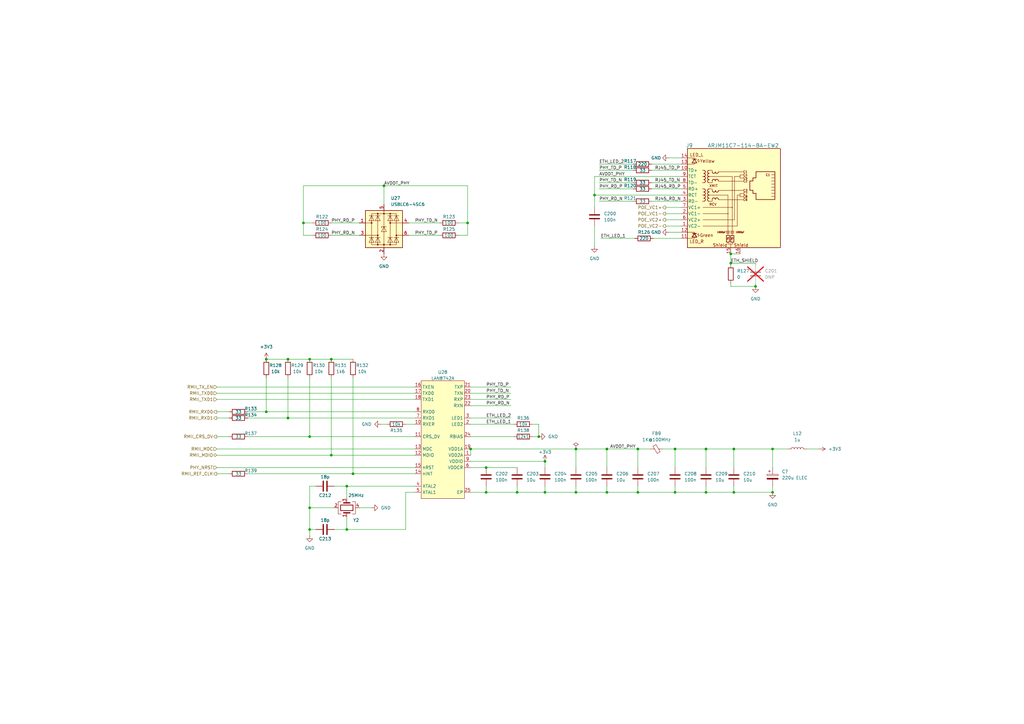
<source format=kicad_sch>
(kicad_sch (version 20230121) (generator eeschema)
  (paper "A3")
  (title_block (title "Ethernet") (date "2023-11-27") (rev "r0_3") (company "M-Labs Limited") (comment 1 "Linus Woo Chun Kit"))
  (lib_symbols
    (symbol "Device:C" (pin_numbers hide) (pin_names (offset 0.254))
      (property "Reference" "C" (at 0.635 2.54 0))
      (property "Value" "C" (at 0.635 -2.54 0))
      (symbol "C_0_1"
        (polyline (pts (xy -2.032 -0.762) (xy 2.032 -0.762)) (stroke (width 0.508)))
        (polyline (pts (xy -2.032 0.762) (xy 2.032 0.762)) (stroke (width 0.508)))
      )
      (symbol "C_1_1"
        (pin passive line (at 0 3.81 270) (length 2.794) (name "~") (number "1"))
        (pin passive line (at 0 -3.81 90) (length 2.794) (name "~") (number "2"))
      )
    )
    (symbol "Device:C_Polarized" (pin_numbers hide) (pin_names (offset 0.254))
      (property "Reference" "C" (at 0.635 2.54 0))
      (property "Value" "C_Polarized" (at 0.635 -2.54 0))
      (symbol "C_Polarized_0_1"
        (rectangle (start -2.286 0.508) (end 2.286 1.016))
        (polyline (pts (xy -1.778 2.286) (xy -0.762 2.286)))
        (polyline (pts (xy -1.27 2.794) (xy -1.27 1.778)))
        (rectangle (start 2.286 -0.508) (end -2.286 -1.016) (fill (type outline)))
      )
      (symbol "C_Polarized_1_1"
        (pin passive line (at 0 3.81 270) (length 2.794) (name "~") (number "1"))
        (pin passive line (at 0 -3.81 90) (length 2.794) (name "~") (number "2"))
      )
    )
    (symbol "Device:Crystal_GND24" (pin_names (offset 1.016) hide)
      (property "Reference" "Y" (at 3.175 5.08 0))
      (property "Value" "Crystal_GND24" (at 3.175 3.175 0))
      (symbol "Crystal_GND24_0_1"
        (rectangle (start -1.143 2.54) (end 1.143 -2.54) (stroke (width 0.3048)))
        (polyline (pts (xy -2.54 0) (xy -2.032 0)))
        (polyline (pts (xy -2.032 -1.27) (xy -2.032 1.27)) (stroke (width 0.508)))
        (polyline (pts (xy 0 -3.81) (xy 0 -3.556)))
        (polyline (pts (xy 0 3.556) (xy 0 3.81)))
        (polyline (pts (xy 2.032 -1.27) (xy 2.032 1.27)) (stroke (width 0.508)))
        (polyline (pts (xy 2.032 0) (xy 2.54 0)))
        (polyline (pts (xy -2.54 -2.286) (xy -2.54 -3.556) (xy 2.54 -3.556) (xy 2.54 -2.286)))
        (polyline (pts (xy -2.54 2.286) (xy -2.54 3.556) (xy 2.54 3.556) (xy 2.54 2.286)))
      )
      (symbol "Crystal_GND24_1_1"
        (pin passive line (at -3.81 0 0) (length 1.27) (name "1") (number "1"))
        (pin passive line (at 0 5.08 270) (length 1.27) (name "2") (number "2"))
        (pin passive line (at 3.81 0 180) (length 1.27) (name "3") (number "3"))
        (pin passive line (at 0 -5.08 90) (length 1.27) (name "4") (number "4"))
      )
    )
    (symbol "Device:FerriteBead_Small" (pin_numbers hide) (pin_names (offset 0))
      (property "Reference" "FB" (at 1.905 1.27 0))
      (property "Value" "FerriteBead_Small" (at 1.905 -1.27 0))
      (symbol "FerriteBead_Small_0_1"
        (polyline (pts (xy 0 -1.27) (xy 0 -0.7874)))
        (polyline (pts (xy 0 0.889) (xy 0 1.2954)))
        (polyline (pts (xy -1.8288 0.2794) (xy -1.1176 1.4986) (xy 1.8288 -0.2032) (xy 1.1176 -1.4224) (xy -1.8288 0.2794)))
      )
      (symbol "FerriteBead_Small_1_1"
        (pin passive line (at 0 2.54 270) (length 1.27) (name "~") (number "1"))
        (pin passive line (at 0 -2.54 90) (length 1.27) (name "~") (number "2"))
      )
    )
    (symbol "Device:L" (pin_numbers hide) (pin_names (offset 1.016) hide)
      (property "Reference" "L" (at -1.27 0 90))
      (property "Value" "L" (at 1.905 0 90))
      (symbol "L_0_1"
        (arc (start 0 -2.54) (mid 0.6323 -1.905) (end 0 -1.27))
        (arc (start 0 -1.27) (mid 0.6323 -0.635) (end 0 0))
        (arc (start 0 0) (mid 0.6323 0.635) (end 0 1.27))
        (arc (start 0 1.27) (mid 0.6323 1.905) (end 0 2.54))
      )
      (symbol "L_1_1"
        (pin passive line (at 0 3.81 270) (length 1.27) (name "1") (number "1"))
        (pin passive line (at 0 -3.81 90) (length 1.27) (name "2") (number "2"))
      )
    )
    (symbol "Device:R" (pin_numbers hide) (pin_names (offset 0))
      (property "Reference" "R" (at 2.032 0 90))
      (property "Value" "R" (at 0 0 90))
      (symbol "R_0_1"
        (rectangle (start -1.016 -2.54) (end 1.016 2.54) (stroke (width 0.254)))
      )
      (symbol "R_1_1"
        (pin passive line (at 0 3.81 270) (length 1.27) (name "~") (number "1"))
        (pin passive line (at 0 -3.81 90) (length 1.27) (name "~") (number "2"))
      )
    )
    (symbol "Power_Protection:USBLC6-4SC6" (pin_names hide)
      (property "Reference" "U" (at 2.54 8.89 0))
      (property "Value" "USBLC6-4SC6" (at 2.54 -8.89 0))
      (symbol "USBLC6-4SC6_0_1"
        (rectangle (start -7.62 -7.62) (end 7.62 7.62) (stroke (width 0.254)) (fill (type background)))
        (circle (center -5.08 2.54) (radius 0.254) (fill (type outline)))
        (circle (center -2.54 -6.35) (radius 0.254) (fill (type outline)))
        (circle (center -2.54 -2.54) (radius 0.254) (fill (type outline)))
        (circle (center -2.54 6.35) (radius 0.254) (fill (type outline)))
        (rectangle (start -2.54 6.35) (end 2.54 -6.35))
        (circle (center 0 -6.35) (radius 0.254) (fill (type outline)))
        (polyline (pts (xy -5.08 2.54) (xy -7.62 2.54)))
        (polyline (pts (xy -4.064 -3.429) (xy -6.096 -3.429)))
        (polyline (pts (xy -4.064 5.461) (xy -6.096 5.461)))
        (polyline (pts (xy -2.54 -2.54) (xy -7.62 -2.54)))
        (polyline (pts (xy -1.524 -3.429) (xy -3.556 -3.429)))
        (polyline (pts (xy -1.524 5.461) (xy -3.556 5.461)))
        (polyline (pts (xy 0 -7.62) (xy 0 -6.35)))
        (polyline (pts (xy 0 -6.35) (xy 0 1.27)))
        (polyline (pts (xy 0 1.27) (xy 0 6.35)))
        (polyline (pts (xy 0 6.35) (xy 0 7.62)))
        (polyline (pts (xy 1.524 -3.429) (xy 3.556 -3.429)))
        (polyline (pts (xy 1.524 5.461) (xy 3.556 5.461)))
        (polyline (pts (xy 2.54 2.54) (xy 7.62 2.54)))
        (polyline (pts (xy 4.064 -3.429) (xy 6.096 -3.429)))
        (polyline (pts (xy 4.064 5.461) (xy 6.096 5.461)))
        (polyline (pts (xy 5.08 -2.54) (xy 7.62 -2.54)))
        (polyline (pts (xy -6.096 -5.461) (xy -4.064 -5.461) (xy -5.08 -3.429) (xy -6.096 -5.461)))
        (polyline (pts (xy -6.096 3.429) (xy -4.064 3.429) (xy -5.08 5.461) (xy -6.096 3.429)))
        (polyline (pts (xy -3.556 -5.461) (xy -1.524 -5.461) (xy -2.54 -3.429) (xy -3.556 -5.461)))
        (polyline (pts (xy -3.556 3.429) (xy -1.524 3.429) (xy -2.54 5.461) (xy -3.556 3.429)))
        (polyline (pts (xy -2.54 6.35) (xy -5.08 6.35) (xy -5.08 -6.35) (xy -2.54 -6.35)))
        (polyline (pts (xy -1.016 -1.016) (xy 1.016 -1.016) (xy 0 1.016) (xy -1.016 -1.016)))
        (polyline (pts (xy 1.016 1.016) (xy 0.762 1.016) (xy -1.016 1.016) (xy -1.016 0.508)))
        (polyline (pts (xy 2.54 6.35) (xy 5.08 6.35) (xy 5.08 -6.35) (xy 2.54 -6.35)))
        (polyline (pts (xy 3.556 -5.461) (xy 1.524 -5.461) (xy 2.54 -3.429) (xy 3.556 -5.461)))
        (polyline (pts (xy 3.556 3.429) (xy 1.524 3.429) (xy 2.54 5.461) (xy 3.556 3.429)))
        (polyline (pts (xy 6.096 -5.461) (xy 4.064 -5.461) (xy 5.08 -3.429) (xy 6.096 -5.461)))
        (polyline (pts (xy 6.096 3.429) (xy 4.064 3.429) (xy 5.08 5.461) (xy 6.096 3.429)))
        (circle (center 0 6.35) (radius 0.254) (fill (type outline)))
        (circle (center 2.54 -6.35) (radius 0.254) (fill (type outline)))
        (circle (center 2.54 2.54) (radius 0.254) (fill (type outline)))
        (circle (center 2.54 6.35) (radius 0.254) (fill (type outline)))
        (circle (center 5.08 -2.54) (radius 0.254) (fill (type outline)))
      )
      (symbol "USBLC6-4SC6_1_1"
        (pin passive line (at -10.16 2.54 0) (length 2.54) (name "I/O1") (number "1"))
        (pin passive line (at 0 -10.16 90) (length 2.54) (name "GND") (number "2"))
        (pin passive line (at -10.16 -2.54 0) (length 2.54) (name "I/O2") (number "3"))
        (pin passive line (at 10.16 2.54 180) (length 2.54) (name "I/O3") (number "4"))
        (pin passive line (at 0 10.16 270) (length 2.54) (name "VBUS") (number "5"))
        (pin passive line (at 10.16 -2.54 180) (length 2.54) (name "I/O4") (number "6"))
      )
    )
    (symbol "kirdy:LAN8742A"
      (property "Reference" "U" (at 0 -30.48 0))
      (property "Value" "LAN8742A" (at 0 -27.94 0))
      (symbol "LAN8742A_0_0"
        (pin power_in line (at 10.16 -7.62 180) (length 2.54) (name "VDD2A") (number "1"))
        (pin bidirectional line (at -12.7 5.08 0) (length 2.54) (name "RXER") (number "10"))
        (pin output line (at -12.7 0 0) (length 2.54) (name "CRS_DV") (number "11"))
        (pin bidirectional line (at -12.7 -7.62 0) (length 2.54) (name "MDIO") (number "12"))
        (pin input line (at -12.7 -5.08 0) (length 2.54) (name "MDC") (number "13"))
        (pin output line (at -12.7 -15.24 0) (length 2.54) (name "nINT") (number "14"))
        (pin input line (at -12.7 -12.7 0) (length 2.54) (name "nRST") (number "15"))
        (pin input line (at -12.7 20.32 0) (length 2.54) (name "TXEN") (number "16"))
        (pin input line (at -12.7 17.78 0) (length 2.54) (name "TXD0") (number "17"))
        (pin input line (at -12.7 15.24 0) (length 2.54) (name "TXD1") (number "18"))
        (pin power_in line (at 10.16 -5.08 180) (length 2.54) (name "VDD1A") (number "19"))
        (pin output line (at 10.16 5.08 180) (length 2.54) (name "LED2") (number "2"))
        (pin bidirectional line (at 10.16 17.78 180) (length 2.54) (name "TXN") (number "20"))
        (pin bidirectional line (at 10.16 20.32 180) (length 2.54) (name "TXP") (number "21"))
        (pin bidirectional line (at 10.16 12.7 180) (length 2.54) (name "RXN") (number "22"))
        (pin bidirectional line (at 10.16 15.24 180) (length 2.54) (name "RXP") (number "23"))
        (pin passive line (at 10.16 0 180) (length 2.54) (name "RBIAS") (number "24"))
        (pin power_in line (at 10.16 -22.86 180) (length 2.54) (name "EP") (number "25"))
        (pin output line (at 10.16 7.62 180) (length 2.54) (name "LED1") (number "3"))
        (pin input line (at -12.7 -20.32 0) (length 2.54) (name "XTAL2") (number "4"))
        (pin input line (at -12.7 -22.86 0) (length 2.54) (name "XTAL1") (number "5"))
        (pin passive line (at 10.16 -12.7 180) (length 2.54) (name "VDDCR") (number "6"))
        (pin output line (at -12.7 7.62 0) (length 2.54) (name "RXD1") (number "7"))
        (pin output line (at -12.7 10.16 0) (length 2.54) (name "RXD0") (number "8"))
        (pin power_in line (at 10.16 -10.16 180) (length 2.54) (name "VDDIO") (number "9"))
      )
      (symbol "LAN8742A_0_1"
        (rectangle (start -10.16 22.86) (end 7.62 -25.4) (fill (type background)))
      )
    )
    (symbol "kirdy:RJ45_ARJM11C7-114-BA-EW2" (pin_names (offset 0.254))
      (property "Reference" "J" (at 1.27 1.27 0))
      (property "Value" "ARJM11C7-114-BA-EW2" (at 24.13 1.27 0))
      (property "MFR_PN" "ARJM11C7-114-BA-EW2" (at 0 0 0))
      (symbol "RJ45_ARJM11C7-114-BA-EW2_0_0"
        (polyline (pts (xy 17.272 -34.544) (xy 16.002 -34.544)) (stroke (width 0.254)))
        (polyline (pts (xy 17.272 -33.909) (xy 16.002 -33.909)) (stroke (width 0.254)))
        (polyline (pts (xy 19.05 -34.544) (xy 17.78 -34.544)) (stroke (width 0.254)))
        (polyline (pts (xy 19.05 -33.909) (xy 17.78 -33.909)) (stroke (width 0.254)))
        (polyline (pts (xy 0 -36.83) (xy 2.921 -36.83) (xy 2.921 -36.322)))
        (polyline (pts (xy 0 -6.35) (xy 2.921 -6.35) (xy 2.921 -5.842)))
        (polyline (pts (xy 2.921 -34.925) (xy 2.921 -34.29) (xy 0 -34.29)))
        (polyline (pts (xy 2.921 -4.445) (xy 2.921 -3.81) (xy 0 -3.81)))
        (polyline (pts (xy 16.637 -38.481) (xy 16.637 -39.116) (xy 18.542 -39.116) (xy 18.542 -38.481)))
        (text "C1" (at 23.749 -9.525 0) (effects (font (size 0.889 0.889))))
        (text "C1" (at 33.02 -10.795 0) (effects (font (size 0.889 0.889))))
        (text "C2" (at 23.749 -13.335 0) (effects (font (size 0.889 0.889))))
        (text "C3" (at 23.749 -17.145 0) (effects (font (size 0.889 0.889))))
        (text "C4" (at 23.749 -10.795 0) (effects (font (size 0.889 0.889))))
        (text "C5" (at 23.749 -12.065 0) (effects (font (size 0.889 0.889))))
        (text "C6" (at 23.749 -20.955 0) (effects (font (size 0.889 0.889))))
        (text "C7" (at 23.749 -18.415 0) (effects (font (size 0.889 0.889))))
        (text "C8" (at 23.749 -19.685 0) (effects (font (size 0.889 0.889))))
        (text "RCV" (at 8.89 -22.86 0) (effects (font (size 1.016 1.016)) (justify left)))
        (text "XMIT" (at 8.89 -15.24 0) (effects (font (size 1.016 1.016)) (justify left)))
      )
      (symbol "RJ45_ARJM11C7-114-BA-EW2_0_1"
        (polyline (pts (xy 6.35 -31.75) (xy 20.447 -31.75)))
        (polyline (pts (xy 6.35 -29.21) (xy 19.304 -29.21)))
        (polyline (pts (xy 6.35 -26.67) (xy 16.637 -26.67)))
        (polyline (pts (xy 6.35 -24.13) (xy 18.415 -24.13)))
        (polyline (pts (xy 6.7337 -21.59) (xy 6.0987 -21.59)))
        (polyline (pts (xy 6.7337 -19.05) (xy 6.0987 -19.05)))
        (polyline (pts (xy 6.7337 -16.51) (xy 6.0987 -16.51)))
        (polyline (pts (xy 6.7337 -13.97) (xy 6.0987 -13.97)))
        (polyline (pts (xy 6.7337 -11.43) (xy 6.0987 -11.43)))
        (polyline (pts (xy 6.7337 -8.89) (xy 6.0987 -8.89)))
        (polyline (pts (xy 12.7 -20.955) (xy 22.733 -20.955)))
        (polyline (pts (xy 12.7 -13.335) (xy 22.733 -13.335)))
        (polyline (pts (xy 12.7 -9.525) (xy 22.733 -9.525)))
        (polyline (pts (xy 12.827 -17.145) (xy 22.733 -17.145)))
        (polyline (pts (xy 16.637 -35.433) (xy 16.637 -34.671)))
        (polyline (pts (xy 16.637 -33.909) (xy 16.637 -19.05)))
        (polyline (pts (xy 16.637 -19.05) (xy 8.89 -19.05)))
        (polyline (pts (xy 18.415 -35.433) (xy 18.415 -34.671)))
        (polyline (pts (xy 18.415 -33.909) (xy 18.415 -11.43)))
        (polyline (pts (xy 18.415 -24.13) (xy 18.415 -24.13)))
        (polyline (pts (xy 18.415 -11.43) (xy 8.89 -11.43)))
        (polyline (pts (xy 19.304 -11.43) (xy 19.304 -29.21)))
        (polyline (pts (xy 20.447 -19.05) (xy 20.447 -31.75)))
        (polyline (pts (xy 21.59 -19.685) (xy 21.59 -18.415)))
        (polyline (pts (xy 21.59 -19.05) (xy 20.447 -19.05)))
        (polyline (pts (xy 21.59 -12.065) (xy 21.59 -10.795)))
        (polyline (pts (xy 21.59 -11.43) (xy 19.304 -11.43)))
        (polyline (pts (xy 22.733 -19.685) (xy 21.59 -19.685)))
        (polyline (pts (xy 22.733 -18.415) (xy 21.59 -18.415)))
        (polyline (pts (xy 22.733 -12.065) (xy 21.59 -12.065)))
        (polyline (pts (xy 22.733 -10.795) (xy 21.59 -10.795)))
        (polyline (pts (xy 34.4805 -19.6215) (xy 35.7505 -19.6215)))
        (polyline (pts (xy 34.4805 -18.3515) (xy 35.7505 -18.3515)))
        (polyline (pts (xy 34.4805 -10.7315) (xy 35.7505 -10.7315)))
        (polyline (pts (xy 35.7505 -17.0815) (xy 34.4805 -17.0815)))
        (polyline (pts (xy 35.7505 -15.8115) (xy 34.4805 -15.8115)))
        (polyline (pts (xy 35.7505 -14.5415) (xy 34.4805 -14.5415)))
        (polyline (pts (xy 35.7505 -13.2715) (xy 34.4805 -13.2715)))
        (polyline (pts (xy 35.7505 -12.0015) (xy 34.4805 -12.0015)))
        (polyline (pts (xy 8.89 -16.51) (xy 10.16 -16.51) (xy 10.16 -17.145)))
        (polyline (pts (xy 8.89 -8.89) (xy 10.16 -8.89) (xy 10.16 -9.525)))
        (polyline (pts (xy 10.16 -20.955) (xy 10.16 -21.59) (xy 8.89 -21.59)))
        (polyline (pts (xy 10.16 -13.335) (xy 10.16 -13.97) (xy 8.89 -13.97)))
        (rectangle (start 0 0) (end 38.1 -40.64) (stroke (width 0.254)) (fill (type background)))
        (circle (center 16.637 -26.67) (radius 0.127))
        (circle (center 18.415 -24.13) (radius 0.127))
      )
      (symbol "RJ45_ARJM11C7-114-BA-EW2_1_0"
        (text "1000pF" (at 13.97 -34.29 0) (effects (font (size 0.635 0.635))))
        (text "1000pF" (at 21.59 -34.29 0) (effects (font (size 0.635 0.635))))
      )
      (symbol "RJ45_ARJM11C7-114-BA-EW2_1_1"
        (polyline (pts (xy 3.6576 -34.798) (xy 2.1336 -34.798)) (stroke (width 0.254)))
        (polyline (pts (xy 3.683 -34.798) (xy 2.159 -34.798)) (stroke (width 0.254)))
        (polyline (pts (xy 3.683 -4.318) (xy 2.159 -4.318)) (stroke (width 0.254)))
        (polyline (pts (xy 4.5466 -34.925) (xy 4.5466 -35.179)))
        (polyline (pts (xy 4.572 -4.445) (xy 4.572 -4.699)))
        (polyline (pts (xy 4.8006 -35.56) (xy 4.8006 -35.814)))
        (polyline (pts (xy 4.826 -5.08) (xy 4.826 -5.334)))
        (polyline (pts (xy 17.8054 -40.64) (xy 17.8054 -39.116)))
        (polyline (pts (xy 4.0386 -35.433) (xy 4.5466 -34.925) (xy 4.2926 -34.925)))
        (polyline (pts (xy 4.064 -4.953) (xy 4.572 -4.445) (xy 4.318 -4.445)))
        (polyline (pts (xy 4.2926 -36.068) (xy 4.8006 -35.56) (xy 4.5466 -35.56)))
        (polyline (pts (xy 4.318 -5.588) (xy 4.826 -5.08) (xy 4.572 -5.08)))
        (polyline (pts (xy 3.7846 -36.322) (xy 1.8796 -36.322) (xy 2.8956 -34.798) (xy 3.7846 -36.322)) (stroke (width 0.254)))
        (polyline (pts (xy 3.81 -36.322) (xy 1.905 -36.322) (xy 2.921 -34.798) (xy 3.81 -36.322)) (stroke (width 0.254)))
        (polyline (pts (xy 3.81 -5.842) (xy 1.905 -5.842) (xy 2.921 -4.318) (xy 3.81 -5.842)) (stroke (width 0.254)))
        (polyline (pts (xy 35.8775 -9.4615) (xy 35.8775 -20.8915) (xy 28.1305 -20.8915) (xy 28.1305 -18.3515) (xy 26.8605 -18.3515) (xy 26.8605 -17.0815) (xy 25.5905 -17.0815) (xy 25.5905 -13.2715) (xy 26.8605 -13.2715) (xy 26.8605 -12.0015) (xy 28.1305 -12.0015) (xy 28.1305 -9.4615) (xy 35.8775 -9.4615)) (stroke (width 0.254)))
        (arc (start 6.7337 -17.78) (mid 7.366 -17.145) (end 6.7337 -16.51) (stroke (width 0.254)))
        (arc (start 6.7364 -21.59) (mid 7.3687 -20.955) (end 6.7364 -20.32) (stroke (width 0.254)))
        (arc (start 6.7364 -20.32) (mid 7.3687 -19.685) (end 6.7364 -19.05) (stroke (width 0.254)))
        (arc (start 6.7364 -19.05) (mid 7.3687 -18.415) (end 6.7364 -17.78) (stroke (width 0.254)))
        (arc (start 6.7364 -10.16) (mid 7.3687 -9.525) (end 6.7364 -8.89) (stroke (width 0.254)))
        (arc (start 6.7391 -13.97) (mid 7.3714 -13.335) (end 6.7391 -12.7) (stroke (width 0.254)))
        (arc (start 6.7391 -12.7) (mid 7.3714 -12.065) (end 6.7391 -11.43) (stroke (width 0.254)))
        (arc (start 6.7391 -11.43) (mid 7.3714 -10.795) (end 6.7391 -10.16) (stroke (width 0.254)))
        (arc (start 8.8846 -19.05) (mid 8.2523 -19.685) (end 8.8846 -20.32) (stroke (width 0.254)))
        (arc (start 8.8846 -17.78) (mid 8.2523 -18.415) (end 8.8846 -19.05) (stroke (width 0.254)))
        (arc (start 8.8846 -16.51) (mid 8.2523 -17.145) (end 8.8846 -17.78) (stroke (width 0.254)))
        (arc (start 8.8846 -11.43) (mid 8.2523 -12.065) (end 8.8846 -12.7) (stroke (width 0.254)))
        (arc (start 8.8846 -10.16) (mid 8.2523 -10.795) (end 8.8846 -11.43) (stroke (width 0.254)))
        (arc (start 8.8846 -8.89) (mid 8.2523 -9.525) (end 8.8846 -10.16) (stroke (width 0.254)))
        (arc (start 8.8873 -20.32) (mid 8.255 -20.955) (end 8.8873 -21.59) (stroke (width 0.254)))
        (arc (start 8.8873 -12.7) (mid 8.255 -13.335) (end 8.8873 -13.97) (stroke (width 0.254)))
        (arc (start 10.16 -9.5277) (mid 10.795 -10.16) (end 11.43 -9.5277) (stroke (width 0.254)))
        (arc (start 10.2235 -17.2112) (mid 10.8585 -17.8435) (end 11.4935 -17.2112) (stroke (width 0.254)))
        (arc (start 11.43 -20.8253) (mid 10.795 -20.193) (end 10.16 -20.8253) (stroke (width 0.254)))
        (arc (start 11.43 -13.2053) (mid 10.795 -12.573) (end 10.16 -13.2053) (stroke (width 0.254)))
        (arc (start 11.43 -9.525) (mid 12.065 -10.1573) (end 12.7 -9.525) (stroke (width 0.254)))
        (arc (start 11.4935 -17.2085) (mid 12.1285 -17.8408) (end 12.7635 -17.2085) (stroke (width 0.254)))
        (arc (start 12.7 -20.8226) (mid 12.065 -20.1903) (end 11.43 -20.8226) (stroke (width 0.254)))
        (arc (start 12.7 -13.2026) (mid 12.065 -12.5703) (end 11.43 -13.2026) (stroke (width 0.254)))
        (rectangle (start 16.002 -38.354) (end 17.272 -35.56) (stroke (width 0.254)))
        (rectangle (start 17.78 -38.354) (end 19.05 -35.56) (stroke (width 0.254)))
        (text "75" (at 16.637 -36.957 900) (effects (font (size 0.635 0.635))))
        (text "75" (at 18.415 -36.957 900) (effects (font (size 0.635 0.635))))
        (text "Green" (at 5.08 -35.56 0) (effects (font (size 1.27 1.27)) (justify left)))
        (text "LED_L" (at 3.81 -2.54 0) (effects (font (size 1.27 1.27))))
        (text "LED_R" (at 3.81 -38.1 0) (effects (font (size 1.27 1.27))))
        (text "Shield" (at 13.3858 -39.5986 0) (effects (font (size 1.27 1.27))))
        (text "Shield" (at 22.0218 -39.5986 0) (effects (font (size 1.27 1.27))))
        (text "Yellow" (at 5.08 -5.08 0) (effects (font (size 1.27 1.27)) (justify left)))
        (pin power_out line (at -2.54 -31.75 0) (length 2.54) (name "VC2-") (number "1"))
        (pin passive line (at -2.54 -8.89 0) (length 2.54) (name "TD+") (number "10"))
        (pin passive line (at -2.54 -36.83 0) (length 2.54) (name "") (number "11"))
        (pin passive line (at -2.54 -34.29 0) (length 2.54) (name "") (number "12"))
        (pin passive line (at -2.54 -6.35 0) (length 2.54) (name "") (number "13"))
        (pin passive line (at -2.54 -3.81 0) (length 2.54) (name "") (number "14"))
        (pin passive line (at 17.78 -43.18 90) (length 2.54) (name "") (number "15"))
        (pin passive line (at 21.59 -43.18 90) (length 2.54) (name "") (number "16"))
        (pin power_out line (at -2.54 -26.67 0) (length 2.54) (name "VC1-") (number "2"))
        (pin passive line (at -2.54 -21.59 0) (length 2.54) (name "RD-") (number "3"))
        (pin passive line (at -2.54 -19.05 0) (length 2.54) (name "RCT") (number "4"))
        (pin passive line (at -2.54 -16.51 0) (length 2.54) (name "RD+") (number "5"))
        (pin power_out line (at -2.54 -29.21 0) (length 2.54) (name "VC2+") (number "6"))
        (pin power_out line (at -2.54 -24.13 0) (length 2.54) (name "VC1+") (number "7"))
        (pin no_connect line (at 22.86 -13.97 180) (length 0) hide (name "NC") (number "8"))
        (pin passive line (at -2.54 -13.97 0) (length 2.54) (name "TD-") (number "8"))
        (pin passive line (at -2.54 -11.43 0) (length 2.54) (name "TCT") (number "9"))
      )
    )
    (symbol "power:+3V3" (power) (pin_names (offset 0))
      (property "Value" "+3V3" (at 0 3.556 0))
      (symbol "+3V3_0_1"
        (polyline (pts (xy -0.762 1.27) (xy 0 2.54)))
        (polyline (pts (xy 0 0) (xy 0 2.54)))
        (polyline (pts (xy 0 2.54) (xy 0.762 1.27)))
      )
      (symbol "+3V3_1_1"
        (pin power_in line (at 0 0 90) (length 0) hide (name "+3V3") (number "1"))
      )
    )
    (symbol "power:GND" (power) (pin_names (offset 0))
      (property "Value" "GND" (at 0 -3.81 0))
      (symbol "GND_0_1"
        (polyline (pts (xy 0 0) (xy 0 -1.27) (xy 1.27 -1.27) (xy 0 -2.54) (xy -1.27 -1.27) (xy 0 -1.27)))
      )
      (symbol "GND_1_1"
        (pin power_in line (at 0 0 270) (length 0) hide (name "GND") (number "1"))
      )
    )
    (symbol "power:PWR_FLAG" (power) (pin_numbers hide) (pin_names (offset 0) hide)
      (property "Value" "PWR_FLAG" (at 0 3.81 0))
      (symbol "PWR_FLAG_0_0"
        (pin power_out line (at 0 0 90) (length 0) (name "pwr") (number "1"))
      )
      (symbol "PWR_FLAG_0_1"
        (polyline (pts (xy 0 0) (xy 0 1.27) (xy -1.016 1.905) (xy 0 2.54) (xy 1.016 1.905) (xy 0 1.27)))
      )
    )
  )
  (junction (at 316.865 184.15))
  (junction (at 223.52 201.93))
  (junction (at 127 217.17))
  (junction (at 157.48 76.2))
  (junction (at 109.22 168.91))
  (junction (at 300.99 201.93))
  (junction (at 135.89 147.32))
  (junction (at 191.77 91.44))
  (junction (at 300.99 184.15))
  (junction (at 236.22 184.15))
  (junction (at 135.89 186.69))
  (junction (at 212.09 201.93))
  (junction (at 248.92 184.15))
  (junction (at 127 147.32))
  (junction (at 109.22 147.32))
  (junction (at 289.56 184.15))
  (junction (at 118.11 171.45))
  (junction (at 144.78 194.31))
  (junction (at 316.865 201.93))
  (junction (at 220.98 179.07))
  (junction (at 309.88 117.475))
  (junction (at 236.22 201.93))
  (junction (at 276.86 201.93))
  (junction (at 199.39 201.93))
  (junction (at 127 208.28))
  (junction (at 261.62 201.93))
  (junction (at 142.24 217.17))
  (junction (at 199.39 191.77))
  (junction (at 299.72 107.95))
  (junction (at 276.86 184.15))
  (junction (at 243.84 80.01))
  (junction (at 127 179.07))
  (junction (at 261.62 184.15))
  (junction (at 248.92 201.93))
  (junction (at 223.52 189.23))
  (junction (at 124.46 91.44))
  (junction (at 118.11 147.32))
  (junction (at 142.24 199.39))
  (junction (at 193.04 184.15))
  (junction (at 289.56 201.93))
  (junction (at 299.72 104.14))
  (wire (pts (xy 127 147.32) (xy 135.89 147.32)))
  (wire (pts (xy 289.56 184.15) (xy 300.99 184.15)))
  (wire (pts (xy 273.05 92.71) (xy 279.4 92.71)))
  (wire (pts (xy 276.86 184.15) (xy 289.56 184.15)))
  (wire (pts (xy 88.9 186.69) (xy 135.89 186.69)))
  (wire (pts (xy 212.09 199.39) (xy 212.09 201.93)))
  (wire (pts (xy 273.05 90.17) (xy 279.4 90.17)))
  (wire (pts (xy 246.38 97.79) (xy 260.35 97.79)))
  (wire (pts (xy 191.77 91.44) (xy 187.96 91.44)))
  (wire (pts (xy 124.46 76.2) (xy 157.48 76.2)))
  (wire (pts (xy 236.22 199.39) (xy 236.22 201.93)))
  (wire (pts (xy 245.745 77.47) (xy 259.715 77.47)))
  (wire (pts (xy 193.04 179.07) (xy 210.82 179.07)))
  (wire (pts (xy 220.98 173.99) (xy 220.98 179.07)))
  (wire (pts (xy 191.77 91.44) (xy 191.77 76.2)))
  (wire (pts (xy 193.04 166.37) (xy 209.55 166.37)))
  (wire (pts (xy 88.9 168.91) (xy 93.98 168.91)))
  (wire (pts (xy 191.77 96.52) (xy 187.96 96.52)))
  (wire (pts (xy 236.22 201.93) (xy 248.92 201.93)))
  (wire (pts (xy 245.745 69.85) (xy 259.715 69.85)))
  (wire (pts (xy 109.22 154.94) (xy 109.22 168.91)))
  (wire (pts (xy 88.9 171.45) (xy 93.98 171.45)))
  (wire (pts (xy 243.84 72.39) (xy 243.84 80.01)))
  (wire (pts (xy 245.745 82.55) (xy 259.715 82.55)))
  (wire (pts (xy 135.89 96.52) (xy 147.32 96.52)))
  (wire (pts (xy 127 154.94) (xy 127 179.07)))
  (wire (pts (xy 300.99 199.39) (xy 300.99 201.93)))
  (wire (pts (xy 330.835 184.15) (xy 335.915 184.15)))
  (wire (pts (xy 289.56 201.93) (xy 276.86 201.93)))
  (wire (pts (xy 127 208.28) (xy 137.16 208.28)))
  (wire (pts (xy 166.37 201.93) (xy 170.18 201.93)))
  (wire (pts (xy 273.05 85.09) (xy 279.4 85.09)))
  (wire (pts (xy 309.88 116.205) (xy 309.88 117.475)))
  (wire (pts (xy 137.16 217.17) (xy 142.24 217.17)))
  (wire (pts (xy 316.865 199.39) (xy 316.865 201.93)))
  (wire (pts (xy 267.97 97.79) (xy 279.4 97.79)))
  (wire (pts (xy 127 208.28) (xy 127 199.39)))
  (wire (pts (xy 316.865 184.15) (xy 316.865 191.77)))
  (wire (pts (xy 135.89 91.44) (xy 147.32 91.44)))
  (wire (pts (xy 199.39 191.77) (xy 212.09 191.77)))
  (wire (pts (xy 142.24 199.39) (xy 170.18 199.39)))
  (wire (pts (xy 144.78 194.31) (xy 170.18 194.31)))
  (wire (pts (xy 193.04 184.15) (xy 193.04 186.69)))
  (wire (pts (xy 147.32 208.28) (xy 152.4 208.28)))
  (wire (pts (xy 261.62 184.15) (xy 261.62 191.77)))
  (wire (pts (xy 199.39 201.93) (xy 212.09 201.93)))
  (wire (pts (xy 289.56 199.39) (xy 289.56 201.93)))
  (wire (pts (xy 223.52 201.93) (xy 236.22 201.93)))
  (wire (pts (xy 267.335 67.31) (xy 279.4 67.31)))
  (wire (pts (xy 118.11 171.45) (xy 170.18 171.45)))
  (wire (pts (xy 248.92 199.39) (xy 248.92 201.93)))
  (wire (pts (xy 88.9 194.31) (xy 93.98 194.31)))
  (wire (pts (xy 101.6 179.07) (xy 127 179.07)))
  (wire (pts (xy 218.44 179.07) (xy 220.98 179.07)))
  (wire (pts (xy 127 219.71) (xy 127 217.17)))
  (wire (pts (xy 261.62 201.93) (xy 261.62 199.39)))
  (wire (pts (xy 193.04 158.75) (xy 209.55 158.75)))
  (wire (pts (xy 261.62 184.15) (xy 266.7 184.15)))
  (wire (pts (xy 88.9 184.15) (xy 170.18 184.15)))
  (wire (pts (xy 223.52 199.39) (xy 223.52 201.93)))
  (wire (pts (xy 248.92 184.15) (xy 261.62 184.15)))
  (wire (pts (xy 193.04 184.15) (xy 236.22 184.15)))
  (wire (pts (xy 274.32 64.77) (xy 279.4 64.77)))
  (wire (pts (xy 144.78 154.94) (xy 144.78 194.31)))
  (wire (pts (xy 88.9 179.07) (xy 93.98 179.07)))
  (wire (pts (xy 193.04 191.77) (xy 199.39 191.77)))
  (wire (pts (xy 88.9 191.77) (xy 170.18 191.77)))
  (wire (pts (xy 157.48 76.2) (xy 191.77 76.2)))
  (wire (pts (xy 276.86 184.15) (xy 276.86 191.77)))
  (wire (pts (xy 88.9 158.75) (xy 170.18 158.75)))
  (wire (pts (xy 193.04 201.93) (xy 199.39 201.93)))
  (wire (pts (xy 166.37 173.99) (xy 170.18 173.99)))
  (wire (pts (xy 193.04 173.99) (xy 210.82 173.99)))
  (wire (pts (xy 127 217.17) (xy 129.54 217.17)))
  (wire (pts (xy 218.44 173.99) (xy 220.98 173.99)))
  (wire (pts (xy 289.56 184.15) (xy 289.56 191.77)))
  (wire (pts (xy 309.88 107.95) (xy 309.88 108.585)))
  (wire (pts (xy 167.64 91.44) (xy 180.34 91.44)))
  (wire (pts (xy 299.72 107.95) (xy 309.88 107.95)))
  (wire (pts (xy 274.32 95.25) (xy 279.4 95.25)))
  (wire (pts (xy 316.865 201.93) (xy 300.99 201.93)))
  (wire (pts (xy 243.84 100.965) (xy 243.84 92.71)))
  (wire (pts (xy 118.11 147.32) (xy 127 147.32)))
  (wire (pts (xy 167.64 96.52) (xy 180.34 96.52)))
  (wire (pts (xy 243.84 80.01) (xy 279.4 80.01)))
  (wire (pts (xy 127 199.39) (xy 129.54 199.39)))
  (wire (pts (xy 267.335 74.93) (xy 279.4 74.93)))
  (wire (pts (xy 124.46 91.44) (xy 124.46 96.52)))
  (wire (pts (xy 299.72 104.14) (xy 299.72 107.95)))
  (wire (pts (xy 109.22 168.91) (xy 170.18 168.91)))
  (wire (pts (xy 142.24 217.17) (xy 166.37 217.17)))
  (wire (pts (xy 299.72 104.14) (xy 303.53 104.14)))
  (wire (pts (xy 299.72 117.475) (xy 309.88 117.475)))
  (wire (pts (xy 191.77 91.44) (xy 191.77 96.52)))
  (wire (pts (xy 118.11 154.94) (xy 118.11 171.45)))
  (wire (pts (xy 300.99 201.93) (xy 289.56 201.93)))
  (wire (pts (xy 124.46 91.44) (xy 124.46 76.2)))
  (wire (pts (xy 273.05 87.63) (xy 279.4 87.63)))
  (wire (pts (xy 267.335 69.85) (xy 279.4 69.85)))
  (wire (pts (xy 276.86 199.39) (xy 276.86 201.93)))
  (wire (pts (xy 127 217.17) (xy 127 208.28)))
  (wire (pts (xy 243.84 72.39) (xy 279.4 72.39)))
  (wire (pts (xy 193.04 189.23) (xy 223.52 189.23)))
  (wire (pts (xy 135.89 186.69) (xy 170.18 186.69)))
  (wire (pts (xy 124.46 91.44) (xy 128.27 91.44)))
  (wire (pts (xy 142.24 204.47) (xy 142.24 199.39)))
  (wire (pts (xy 127 179.07) (xy 170.18 179.07)))
  (wire (pts (xy 243.84 80.01) (xy 243.84 85.09)))
  (wire (pts (xy 300.99 184.15) (xy 300.99 191.77)))
  (wire (pts (xy 236.22 184.15) (xy 236.22 191.77)))
  (wire (pts (xy 88.9 163.83) (xy 170.18 163.83)))
  (wire (pts (xy 245.745 74.93) (xy 259.715 74.93)))
  (wire (pts (xy 124.46 96.52) (xy 128.27 96.52)))
  (wire (pts (xy 276.86 201.93) (xy 261.62 201.93)))
  (wire (pts (xy 248.92 184.15) (xy 248.92 191.77)))
  (wire (pts (xy 135.89 147.32) (xy 144.78 147.32)))
  (wire (pts (xy 142.24 212.09) (xy 142.24 217.17)))
  (wire (pts (xy 300.99 184.15) (xy 316.865 184.15)))
  (wire (pts (xy 166.37 217.17) (xy 166.37 201.93)))
  (wire (pts (xy 193.04 171.45) (xy 209.55 171.45)))
  (wire (pts (xy 271.78 184.15) (xy 276.86 184.15)))
  (wire (pts (xy 316.865 184.15) (xy 323.215 184.15)))
  (wire (pts (xy 101.6 168.91) (xy 109.22 168.91)))
  (wire (pts (xy 101.6 171.45) (xy 118.11 171.45)))
  (wire (pts (xy 212.09 201.93) (xy 223.52 201.93)))
  (wire (pts (xy 299.72 116.205) (xy 299.72 117.475)))
  (wire (pts (xy 193.04 161.29) (xy 209.55 161.29)))
  (wire (pts (xy 236.22 184.15) (xy 248.92 184.15)))
  (wire (pts (xy 267.335 77.47) (xy 279.4 77.47)))
  (wire (pts (xy 193.04 163.83) (xy 209.55 163.83)))
  (wire (pts (xy 267.335 82.55) (xy 279.4 82.55)))
  (wire (pts (xy 245.745 67.31) (xy 259.715 67.31)))
  (wire (pts (xy 101.6 194.31) (xy 144.78 194.31)))
  (wire (pts (xy 137.16 199.39) (xy 142.24 199.39)))
  (wire (pts (xy 157.48 76.2) (xy 157.48 83.82)))
  (wire (pts (xy 248.92 201.93) (xy 261.62 201.93)))
  (wire (pts (xy 109.22 147.32) (xy 118.11 147.32)))
  (wire (pts (xy 299.72 107.95) (xy 299.72 108.585)))
  (wire (pts (xy 135.89 154.94) (xy 135.89 186.69)))
  (wire (pts (xy 223.52 189.23) (xy 223.52 191.77)))
  (wire (pts (xy 199.39 199.39) (xy 199.39 201.93)))
  (wire (pts (xy 156.21 173.99) (xy 158.75 173.99)))
  (wire (pts (xy 88.9 161.29) (xy 170.18 161.29)))
  (label "PHY_TD_P" (at 199.39 158.75 0))
  (label "ETH_LED_2" (at 245.745 67.31 0))
  (label "RJ45_TD_P" (at 268.605 69.85 0))
  (label "PHY_RD_P" (at 245.745 77.47 0))
  (label "AVDDT_PHY" (at 157.48 76.2 0))
  (label "PHY_TD_P" (at 245.745 69.85 0))
  (label "PHY_TD_N" (at 199.39 161.29 0))
  (label "PHY_RD_P" (at 199.39 163.83 0))
  (label "PHY_TD_N" (at 170.18 91.44 0))
  (label "PHY_RD_N" (at 199.39 166.37 0))
  (label "ETH_LED_2" (at 199.39 171.45 0))
  (label "RJ45_TD_N" (at 268.605 74.93 0))
  (label "AVDDT_PHY" (at 245.745 72.39 0))
  (label "PHY_RD_N" (at 245.745 82.55 0))
  (label "PHY_TD_N" (at 245.745 74.93 0))
  (label "PHY_RD_P" (at 135.89 91.44 0))
  (label "AVDDT_PHY" (at 250.19 184.15 0))
  (label "ETH_LED_1" (at 246.38 97.79 0))
  (label "RJ45_RD_N" (at 268.605 82.55 0))
  (label "PHY_RD_N" (at 135.89 96.52 0))
  (label "ETH_LED_1" (at 199.39 173.99 0))
  (label "PHY_TD_P" (at 170.18 96.52 0))
  (label "ETH_SHIELD" (at 299.72 107.95 0))
  (label "RJ45_RD_P" (at 268.605 77.47 0))
  (hierarchical_label "RMII_MDC" (shape input) (at 88.9 184.15 180))
  (hierarchical_label "RMII_TXD1" (shape input) (at 88.9 163.83 180))
  (hierarchical_label "RMII_RXD1" (shape output) (at 88.9 171.45 180))
  (hierarchical_label "RMII_RXD0" (shape output) (at 88.9 168.91 180))
  (hierarchical_label "POE_VC1+" (shape output) (at 273.05 85.09 180))
  (hierarchical_label "RMII_CRS_DV" (shape output) (at 88.9 179.07 180))
  (hierarchical_label "RMII_MDIO" (shape bidirectional) (at 88.9 186.69 180))
  (hierarchical_label "RMII_REF_CLK" (shape output) (at 88.9 194.31 180))
  (hierarchical_label "POE_VC2+" (shape output) (at 273.05 90.17 180))
  (hierarchical_label "POE_VC2-" (shape output) (at 273.05 92.71 180))
  (hierarchical_label "RMII_TX_EN" (shape input) (at 88.9 158.75 180))
  (hierarchical_label "POE_VC1-" (shape output) (at 273.05 87.63 180))
  (hierarchical_label "PHY_NRST" (shape input) (at 88.9 191.77 180))
  (hierarchical_label "RMII_TXD0" (shape input) (at 88.9 161.29 180))
  (symbol (lib_id "power:GND") (at 274.32 64.77 270) (unit 1)
    (property "Reference" "#PWR0218" (effects hide))
    (property "Value" "GND" (at 271.145 64.77 90) (effects (justify right)))
  )
  (symbol (lib_id "Device:C") (at 199.39 195.58 0) (unit 1)
    (property "Reference" "C202" (at 203.2 194.3099 0) (effects (justify left)))
    (property "Value" "100n" (at 203.2 196.8499 0) (effects (justify left)))
    (property "Footprint" "Capacitor_SMD:C_0603_1608Metric" (effects hide))
    (property "MFR_PN" "CL10B104KB8NNWC" (effects hide))
    (property "MFR_PN_ALT" "CL10B104KB8NNNL" (effects hide))
  )
  (symbol (lib_id "Device:C") (at 212.09 195.58 0) (unit 1)
    (property "Reference" "C203" (at 215.9 194.3099 0) (effects (justify left)))
    (property "Value" "10u" (at 215.9 196.8499 0) (effects (justify left)))
    (property "Footprint" "Capacitor_SMD:C_0805_2012Metric" (effects hide))
    (property "MFR_PN" "CL21B106KOQNNNG" (effects hide))
    (property "MFR_PN_ALT" "CL21B106KOQNNNE" (effects hide))
  )
  (symbol (lib_id "Device:C") (at 236.22 195.58 0) (unit 1)
    (property "Reference" "C205" (at 240.03 194.3099 0) (effects (justify left)))
    (property "Value" "100n" (at 240.03 196.8499 0) (effects (justify left)))
    (property "Footprint" "Capacitor_SMD:C_0603_1608Metric" (effects hide))
    (property "MFR_PN" "CL10B104KB8NNWC" (effects hide))
    (property "MFR_PN_ALT" "CL10B104KB8NNNL" (effects hide))
  )
  (symbol (lib_id "power:GND") (at 127 219.71 0) (unit 1)
    (property "Reference" "#PWR0230" (effects hide))
    (property "Value" "GND" (at 127 224.79 0))
  )
  (symbol (lib_id "Device:R") (at 144.78 151.13 180) (unit 1)
    (property "Reference" "R132" (at 148.59 149.86 0))
    (property "Value" "10k" (at 148.59 152.4 0))
    (property "Footprint" "Resistor_SMD:R_0603_1608Metric" (effects hide))
    (property "MFR_PN" "RNCP0603FTD10K0" (effects hide))
    (property "MFR_PN_ALT" "RMCF0603FT10K0" (effects hide))
  )
  (symbol (lib_id "Device:R") (at 214.63 179.07 90) (unit 1)
    (property "Reference" "R138" (at 214.63 176.53 90))
    (property "Value" "12k1" (at 214.63 179.07 90))
    (property "Footprint" "Resistor_SMD:R_0603_1608Metric" (effects hide))
    (property "MFR_PN" "RNCP0603FTD12K1" (effects hide))
    (property "MFR_PN_ALT" "CR0603-FX-1212ELF" (effects hide))
  )
  (symbol (lib_id "Device:C") (at 243.84 88.9 0) (unit 1)
    (property "Reference" "C200" (at 247.65 87.6299 0) (effects (justify left)))
    (property "Value" "100n" (at 247.65 90.1699 0) (effects (justify left)))
    (property "Footprint" "Capacitor_SMD:C_0603_1608Metric" (effects hide))
    (property "MFR_PN" "CL10B104KB8NNWC" (effects hide))
    (property "MFR_PN_ALT" "CL10B104KB8NNNL" (effects hide))
  )
  (symbol (lib_id "Device:L") (at 327.025 184.15 90) (unit 1)
    (property "Reference" "L12" (at 327.025 177.8 90))
    (property "Value" "1u" (at 327.025 180.34 90))
    (property "Footprint" "Inductor_SMD:L_1008_2520Metric" (effects hide))
    (property "MFR_PN" "DFE252012F-1R0M=P2" (effects hide))
    (property "MFR_PN_ALT" "DFE252012P-1R0M=P2" (effects hide))
  )
  (symbol (lib_id "power:GND") (at 274.32 95.25 270) (unit 1)
    (property "Reference" "#PWR0219" (effects hide))
    (property "Value" "GND" (at 271.145 95.25 90) (effects (justify right)))
  )
  (symbol (lib_id "Device:R") (at 109.22 151.13 180) (unit 1)
    (property "Reference" "R128" (at 113.03 149.86 0))
    (property "Value" "10k" (at 113.03 152.4 0))
    (property "Footprint" "Resistor_SMD:R_0603_1608Metric" (effects hide))
    (property "MFR_PN" "RNCP0603FTD10K0" (effects hide))
    (property "MFR_PN_ALT" "RMCF0603FT10K0" (effects hide))
  )
  (symbol (lib_id "Device:R") (at 162.56 173.99 90) (unit 1)
    (property "Reference" "R135" (at 162.56 176.53 90))
    (property "Value" "10k" (at 162.56 173.99 90))
    (property "Footprint" "Resistor_SMD:R_0603_1608Metric" (effects hide))
    (property "MFR_PN" "RNCP0603FTD10K0" (effects hide))
    (property "MFR_PN_ALT" "RMCF0603FT10K0" (effects hide))
  )
  (symbol (lib_id "Device:R") (at 97.79 194.31 90) (unit 1)
    (property "Reference" "R139" (at 102.87 193.04 90))
    (property "Value" "33" (at 97.79 194.31 90))
    (property "Footprint" "Resistor_SMD:R_0603_1608Metric" (effects hide))
    (property "MFR_PN" "RC0603FR-0733RL" (effects hide))
    (property "MFR_PN_ALT" "CRGCQ0603F33R" (effects hide))
  )
  (symbol (lib_id "power:+3V3") (at 109.22 147.32 0) (unit 1)
    (property "Reference" "#PWR0223" (effects hide))
    (property "Value" "+3V3" (at 109.22 142.24 0))
  )
  (symbol (lib_id "Device:R") (at 132.08 91.44 90) (unit 1)
    (property "Reference" "R122" (at 132.08 88.9 90))
    (property "Value" "100" (at 132.08 91.44 90))
    (property "Footprint" "Resistor_SMD:R_0603_1608Metric" (effects hide))
    (property "MFR_PN" "WR06X1000FTL" (effects hide))
    (property "MFR_PN_ALT" "RMCF0603FT100R" (effects hide))
  )
  (symbol (lib_id "power:GND") (at 156.21 173.99 270) (unit 1)
    (property "Reference" "#PWR0224" (effects hide))
    (property "Value" "GND" (at 152.4 173.9899 90) (effects (justify right)))
  )
  (symbol (lib_id "power:+3V3") (at 223.52 189.23 0) (unit 1)
    (property "Reference" "#PWR0227" (effects hide))
    (property "Value" "+3V3" (at 223.52 185.42 0))
  )
  (symbol (lib_id "power:+3V3") (at 335.915 184.15 270) (unit 1)
    (property "Reference" "#PWR0226" (effects hide))
    (property "Value" "+3V3" (at 339.725 184.1499 90) (effects (justify left)))
  )
  (symbol (lib_id "Device:R") (at 184.15 96.52 90) (unit 1)
    (property "Reference" "R125" (at 184.15 93.98 90))
    (property "Value" "100" (at 184.15 96.52 90))
    (property "Footprint" "Resistor_SMD:R_0603_1608Metric" (effects hide))
    (property "MFR_PN" "WR06X1000FTL" (effects hide))
    (property "MFR_PN_ALT" "RMCF0603FT100R" (effects hide))
  )
  (symbol (lib_id "kirdy:LAN8742A") (at 182.88 179.07 0) (unit 1)
    (property "Reference" "U28" (at 181.61 152.6372 0))
    (property "Value" "LAN8742A" (at 181.61 155.1741 0))
    (property "Footprint" "Package_DFN_QFN:QFN-24-1EP_4x4mm_P0.5mm_EP2.6x2.6mm" (effects hide))
    (property "Datasheet" "https://ww1.microchip.com/downloads/en/DeviceDoc/8742a.pdf" (effects hide))
    (property "MFR_PN" "LAN8742A-CZ" (effects hide))
    (property "MFR_PN_ALT" "LAN8742AI-CZ" (effects hide))
  )
  (symbol (lib_id "Device:R") (at 97.79 171.45 90) (unit 1)
    (property "Reference" "R134" (at 102.87 170.18 90))
    (property "Value" "33" (at 97.79 171.45 90))
    (property "Footprint" "Resistor_SMD:R_0603_1608Metric" (effects hide))
    (property "MFR_PN" "RC0603FR-0733RL" (effects hide))
    (property "MFR_PN_ALT" "CRGCQ0603F33R" (effects hide))
  )
  (symbol (lib_id "power:PWR_FLAG") (at 236.22 184.15 0) (unit 1)
    (property "Reference" "#FLG028" (effects hide))
    (property "Value" "PWR_FLAG" (effects hide))
  )
  (symbol (lib_id "Device:R") (at 263.525 82.55 90) (unit 1)
    (property "Reference" "R121" (at 258.445 81.28 90))
    (property "Value" "33" (at 263.525 82.55 90))
    (property "Footprint" "Resistor_SMD:R_0603_1608Metric" (effects hide))
    (property "MFR_PN" "RC0603FR-0733RL" (effects hide))
    (property "MFR_PN_ALT" "CRGCQ0603F33R" (effects hide))
  )
  (symbol (lib_id "Device:R") (at 97.79 168.91 90) (unit 1)
    (property "Reference" "R133" (at 102.87 167.64 90))
    (property "Value" "33" (at 97.79 168.91 90))
    (property "Footprint" "Resistor_SMD:R_0603_1608Metric" (effects hide))
    (property "MFR_PN" "RC0603FR-0733RL" (effects hide))
    (property "MFR_PN_ALT" "CRGCQ0603F33R" (effects hide))
  )
  (symbol (lib_id "power:GND") (at 309.88 117.475 0) (unit 1)
    (property "Reference" "#PWR0222" (effects hide))
    (property "Value" "GND" (at 309.88 122.555 0))
  )
  (symbol (lib_id "power:GND") (at 220.98 179.07 90) (unit 1)
    (property "Reference" "#PWR0225" (effects hide))
    (property "Value" "GND" (at 224.79 179.0699 90) (effects (justify right)))
  )
  (symbol (lib_id "Device:Crystal_GND24") (at 142.24 208.28 90) (unit 1)
    (property "Reference" "Y2" (at 146.05 213.36 90))
    (property "Value" "25MHz" (at 146.05 203.2 90))
    (property "Footprint" "Crystal:Crystal_SMD_2016-4Pin_2.0x1.6mm" (effects hide))
    (property "MFR_PN" "FA-128 25.0000MF10Z-AC3" (effects hide))
  )
  (symbol (lib_id "Power_Protection:USBLC6-4SC6") (at 157.48 93.98 0) (unit 1)
    (property "Reference" "U27" (at 160.2487 81.28 0) (effects (justify left)))
    (property "Value" "USBLC6-4SC6" (at 160.2487 83.82 0) (effects (justify left)))
    (property "Footprint" "Package_TO_SOT_SMD:SOT-23-6" (effects hide))
    (property "Datasheet" "https://www.st.com/resource/en/datasheet/usblc6-4.pdf" (effects hide))
    (property "MFR_PN" "USBLC6-4SC6Y" (effects hide))
    (property "MFR_PN_ALT" "USBLC6-4SC6" (effects hide))
  )
  (symbol (lib_id "power:GND") (at 316.865 201.93 0) (unit 1)
    (property "Reference" "#PWR0228" (effects hide))
    (property "Value" "GND" (at 316.865 207.01 0))
  )
  (symbol (lib_id "Device:C") (at 276.86 195.58 0) (unit 1)
    (property "Reference" "C208" (at 280.67 194.3099 0) (effects (justify left)))
    (property "Value" "100n" (at 280.67 196.8499 0) (effects (justify left)))
    (property "Footprint" "Capacitor_SMD:C_0603_1608Metric" (effects hide))
    (property "MFR_PN" "CL10B104KB8NNWC" (effects hide))
    (property "MFR_PN_ALT" "CL10B104KB8NNNL" (effects hide))
  )
  (symbol (lib_id "power:GND") (at 152.4 208.28 90) (unit 1)
    (property "Reference" "#PWR0229" (effects hide))
    (property "Value" "GND" (at 156.21 208.2799 90) (effects (justify right)))
  )
  (symbol (lib_id "Device:R") (at 135.89 151.13 180) (unit 1)
    (property "Reference" "R131" (at 139.7 149.86 0))
    (property "Value" "1k6" (at 139.7 152.4 0))
    (property "Footprint" "Resistor_SMD:R_0603_1608Metric" (effects hide))
    (property "MFR_PN" "RT0603FRE071K6L" (effects hide))
    (property "MFR_PN_ALT" "RMCF0603FT1K60" (effects hide))
  )
  (symbol (lib_id "Device:C") (at 248.92 195.58 0) (unit 1)
    (property "Reference" "C206" (at 252.73 194.3099 0) (effects (justify left)))
    (property "Value" "10u" (at 252.73 196.8499 0) (effects (justify left)))
    (property "Footprint" "Capacitor_SMD:C_0805_2012Metric" (effects hide))
    (property "MFR_PN" "CL21B106KOQNNNG" (effects hide))
    (property "MFR_PN_ALT" "CL21B106KOQNNNE" (effects hide))
  )
  (symbol (lib_id "Device:R") (at 299.72 112.395 0) (unit 1)
    (property "Reference" "R127" (at 302.26 111.1249 0) (effects (justify left)))
    (property "Value" "0" (at 302.26 113.6649 0) (effects (justify left)))
    (property "Footprint" "Resistor_SMD:R_0603_1608Metric" (effects hide))
    (property "MFR_PN" "RMCF0603ZT0R00" (effects hide))
    (property "MFR_PN_ALT" "CR0603-J/-000ELF" (effects hide))
  )
  (symbol (lib_id "Device:C") (at 300.99 195.58 0) (unit 1)
    (property "Reference" "C210" (at 304.8 194.3099 0) (effects (justify left)))
    (property "Value" "10u" (at 304.8 196.8499 0) (effects (justify left)))
    (property "Footprint" "Capacitor_SMD:C_0805_2012Metric" (effects hide))
    (property "MFR_PN" "CL21B106KOQNNNG" (effects hide))
    (property "MFR_PN_ALT" "CL21B106KOQNNNE" (effects hide))
  )
  (symbol (lib_id "Device:R") (at 264.16 97.79 90) (unit 1)
    (property "Reference" "R126" (at 264.16 95.25 90))
    (property "Value" "220" (at 264.16 97.79 90))
    (property "Footprint" "Resistor_SMD:R_0603_1608Metric" (effects hide))
    (property "MFR_PN" "WR06X2200FTL" (effects hide))
    (property "MFR_PN_ALT" "CRGCQ0603F220R" (effects hide))
  )
  (symbol (lib_id "kirdy:RJ45_ARJM11C7-114-BA-EW2") (at 281.94 60.96 0) (unit 1)
    (property "Reference" "J9" (at 281.305 59.69 0) (effects (font (size 1.524 1.524)) (justify left)))
    (property "Value" "ARJM11C7-114-BA-EW2" (at 290.195 59.69 0) (effects (font (size 1.524 1.524)) (justify left)))
    (property "Footprint" "kirdy:ARJM11C7-114-BA-EW2_ABR" (effects hide))
    (property "Datasheet" "ARJM11C7-114-BA-EW2" (effects hide))
    (property "MFR_PN" "ARJM11C7-114-BA-EW2" (effects hide))
  )
  (symbol (lib_id "Device:R") (at 118.11 151.13 180) (unit 1)
    (property "Reference" "R129" (at 121.92 149.86 0))
    (property "Value" "10k" (at 121.92 152.4 0))
    (property "Footprint" "Resistor_SMD:R_0603_1608Metric" (effects hide))
    (property "MFR_PN" "RNCP0603FTD10K0" (effects hide))
    (property "MFR_PN_ALT" "RMCF0603FT10K0" (effects hide))
  )
  (symbol (lib_id "Device:R") (at 127 151.13 180) (unit 1)
    (property "Reference" "R130" (at 130.81 149.86 0))
    (property "Value" "10k" (at 130.81 152.4 0))
    (property "Footprint" "Resistor_SMD:R_0603_1608Metric" (effects hide))
    (property "MFR_PN" "RNCP0603FTD10K0" (effects hide))
    (property "MFR_PN_ALT" "RMCF0603FT10K0" (effects hide))
  )
  (symbol (lib_id "Device:R") (at 214.63 173.99 90) (unit 1)
    (property "Reference" "R136" (at 214.63 171.45 90))
    (property "Value" "10k" (at 214.63 173.99 90))
    (property "Footprint" "Resistor_SMD:R_0603_1608Metric" (effects hide))
    (property "MFR_PN" "RNCP0603FTD10K0" (effects hide))
    (property "MFR_PN_ALT" "RMCF0603FT10K0" (effects hide))
  )
  (symbol (lib_id "Device:R") (at 263.525 67.31 90) (unit 1)
    (property "Reference" "R117" (at 258.445 66.04 90))
    (property "Value" "220" (at 263.525 67.31 90))
    (property "Footprint" "Resistor_SMD:R_0603_1608Metric" (effects hide))
    (property "MFR_PN" "WR06X2200FTL" (effects hide))
    (property "MFR_PN_ALT" "CRGCQ0603F220R" (effects hide))
  )
  (symbol (lib_id "Device:R") (at 184.15 91.44 90) (unit 1)
    (property "Reference" "R123" (at 184.15 88.9 90))
    (property "Value" "100" (at 184.15 91.44 90))
    (property "Footprint" "Resistor_SMD:R_0603_1608Metric" (effects hide))
    (property "MFR_PN" "WR06X1000FTL" (effects hide))
    (property "MFR_PN_ALT" "RMCF0603FT100R" (effects hide))
  )
  (symbol (lib_id "Device:C") (at 133.35 217.17 90) (unit 1)
    (property "Reference" "C213" (at 133.35 220.98 90))
    (property "Value" "18p" (at 133.35 213.36 90))
    (property "Footprint" "Capacitor_SMD:C_0603_1608Metric" (effects hide))
    (property "MFR_PN" "0603N180J500CT" (effects hide))
    (property "MFR_PN_ALT" "CC0603JPNPO9BN180" (effects hide))
  )
  (symbol (lib_id "Device:C") (at 309.88 112.395 0) (unit 1) (dnp yes)
    (property "Reference" "C201" (at 313.69 111.1249 0) (effects (justify left)))
    (property "Value" "DNP" (at 313.69 113.6649 0) (effects (justify left)))
    (property "Footprint" "Capacitor_SMD:C_1206_3216Metric" (effects hide))
    (property "MFR_PN" "12067C472KAT2A" (effects hide))
    (property "MFR_PN_ALT" "1206B472K501NT" (effects hide))
  )
  (symbol (lib_id "Device:C_Polarized") (at 316.865 195.58 0) (unit 1)
    (property "Reference" "C?" (at 320.675 193.421 0) (effects (justify left)))
    (property "Value" "220u ELEC" (at 320.675 195.961 0) (effects (justify left)))
    (property "Footprint" "kirdy:Cap_Elec_SMD_865080345012" (effects hide))
    (property "MFR_PN" "865080345012" (effects hide))
    (instances (project "kirdy" (path "" (reference "C?") (unit 1)) (path "" (reference "C211") (unit 1))))
  )
  (symbol (lib_id "power:GND") (at 157.48 104.14 0) (unit 1)
    (property "Reference" "#PWR0221" (effects hide))
    (property "Value" "GND" (at 157.48 109.22 0))
  )
  (symbol (lib_id "Device:C") (at 133.35 199.39 90) (unit 1)
    (property "Reference" "C212" (at 133.35 203.2 90))
    (property "Value" "18p" (at 133.35 195.58 90))
    (property "Footprint" "Capacitor_SMD:C_0603_1608Metric" (effects hide))
    (property "MFR_PN" "0603N180J500CT" (effects hide))
    (property "MFR_PN_ALT" "CC0603JPNPO9BN180" (effects hide))
  )
  (symbol (lib_id "Device:R") (at 263.525 69.85 90) (unit 1)
    (property "Reference" "R118" (at 258.445 68.58 90))
    (property "Value" "33" (at 263.525 69.85 90))
    (property "Footprint" "Resistor_SMD:R_0603_1608Metric" (effects hide))
    (property "MFR_PN" "RC0603FR-0733RL" (effects hide))
    (property "MFR_PN_ALT" "CRGCQ0603F33R" (effects hide))
  )
  (symbol (lib_id "Device:C") (at 223.52 195.58 0) (unit 1)
    (property "Reference" "C204" (at 227.33 194.3099 0) (effects (justify left)))
    (property "Value" "100n" (at 227.33 196.8499 0) (effects (justify left)))
    (property "Footprint" "Capacitor_SMD:C_0603_1608Metric" (effects hide))
    (property "MFR_PN" "CL10B104KB8NNWC" (effects hide))
    (property "MFR_PN_ALT" "CL10B104KB8NNNL" (effects hide))
  )
  (symbol (lib_id "Device:FerriteBead_Small") (at 269.24 184.15 270) (mirror x) (unit 1)
    (property "Reference" "FB9" (at 269.2781 177.8 90))
    (property "Value" "1K@100MHz" (at 269.2781 180.34 90))
    (property "Footprint" "Inductor_SMD:L_1210_3225Metric" (effects hide))
    (property "MFR_PN" "FBMH3225HM102NT" (effects hide))
    (property "MFR_PN_ALT" "FBMH3225HM102NTV" (effects hide))
  )
  (symbol (lib_id "Device:R") (at 263.525 74.93 90) (unit 1)
    (property "Reference" "R119" (at 258.445 73.66 90))
    (property "Value" "33" (at 263.525 74.93 90))
    (property "Footprint" "Resistor_SMD:R_0603_1608Metric" (effects hide))
    (property "MFR_PN" "RC0603FR-0733RL" (effects hide))
    (property "MFR_PN_ALT" "CRGCQ0603F33R" (effects hide))
  )
  (symbol (lib_id "Device:C") (at 289.56 195.58 0) (unit 1)
    (property "Reference" "C209" (at 293.37 194.3099 0) (effects (justify left)))
    (property "Value" "10u" (at 293.37 196.8499 0) (effects (justify left)))
    (property "Footprint" "Capacitor_SMD:C_0805_2012Metric" (effects hide))
    (property "MFR_PN" "CL21B106KOQNNNG" (effects hide))
    (property "MFR_PN_ALT" "CL21B106KOQNNNE" (effects hide))
  )
  (symbol (lib_id "Device:R") (at 97.79 179.07 90) (unit 1)
    (property "Reference" "R137" (at 102.87 177.8 90))
    (property "Value" "33" (at 97.79 179.07 90))
    (property "Footprint" "Resistor_SMD:R_0603_1608Metric" (effects hide))
    (property "MFR_PN" "RC0603FR-0733RL" (effects hide))
    (property "MFR_PN_ALT" "CRGCQ0603F33R" (effects hide))
  )
  (symbol (lib_id "power:GND") (at 243.84 100.965 0) (unit 1)
    (property "Reference" "#PWR0220" (effects hide))
    (property "Value" "GND" (at 243.84 106.045 0))
  )
  (symbol (lib_id "Device:R") (at 263.525 77.47 90) (unit 1)
    (property "Reference" "R120" (at 258.445 76.2 90))
    (property "Value" "33" (at 263.525 77.47 90))
    (property "Footprint" "Resistor_SMD:R_0603_1608Metric" (effects hide))
    (property "MFR_PN" "RC0603FR-0733RL" (effects hide))
    (property "MFR_PN_ALT" "CRGCQ0603F33R" (effects hide))
  )
  (symbol (lib_id "Device:R") (at 132.08 96.52 90) (unit 1)
    (property "Reference" "R124" (at 132.08 93.98 90))
    (property "Value" "100" (at 132.08 96.52 90))
    (property "Footprint" "Resistor_SMD:R_0603_1608Metric" (effects hide))
    (property "MFR_PN" "WR06X1000FTL" (effects hide))
    (property "MFR_PN_ALT" "RMCF0603FT100R" (effects hide))
  )
  (symbol (lib_id "Device:C") (at 261.62 195.58 0) (unit 1)
    (property "Reference" "C207" (at 265.43 194.3099 0) (effects (justify left)))
    (property "Value" "100n" (at 265.43 196.8499 0) (effects (justify left)))
    (property "Footprint" "Capacitor_SMD:C_0603_1608Metric" (effects hide))
    (property "MFR_PN" "CL10B104KB8NNWC" (effects hide))
    (property "MFR_PN_ALT" "CL10B104KB8NNNL" (effects hide))
  )
)
</source>
